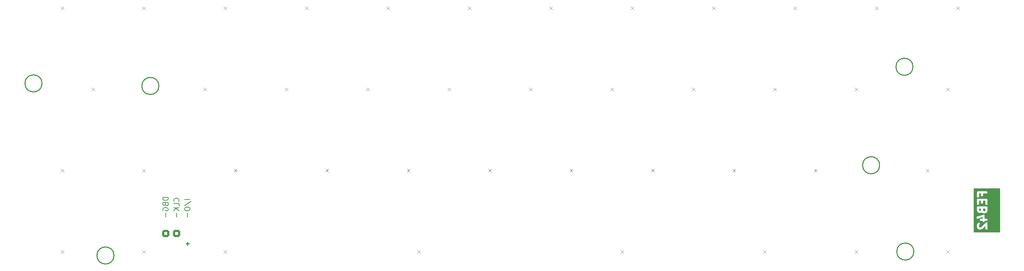
<source format=gbr>
%TF.GenerationSoftware,KiCad,Pcbnew,8.0.4*%
%TF.CreationDate,2024-09-01T23:08:26+02:00*%
%TF.ProjectId,feb42-rounded,66656234-322d-4726-9f75-6e6465642e6b,rev?*%
%TF.SameCoordinates,Original*%
%TF.FileFunction,Legend,Bot*%
%TF.FilePolarity,Positive*%
%FSLAX46Y46*%
G04 Gerber Fmt 4.6, Leading zero omitted, Abs format (unit mm)*
G04 Created by KiCad (PCBNEW 8.0.4) date 2024-09-01 23:08:26*
%MOMM*%
%LPD*%
G01*
G04 APERTURE LIST*
G04 Aperture macros list*
%AMRoundRect*
0 Rectangle with rounded corners*
0 $1 Rounding radius*
0 $2 $3 $4 $5 $6 $7 $8 $9 X,Y pos of 4 corners*
0 Add a 4 corners polygon primitive as box body*
4,1,4,$2,$3,$4,$5,$6,$7,$8,$9,$2,$3,0*
0 Add four circle primitives for the rounded corners*
1,1,$1+$1,$2,$3*
1,1,$1+$1,$4,$5*
1,1,$1+$1,$6,$7*
1,1,$1+$1,$8,$9*
0 Add four rect primitives between the rounded corners*
20,1,$1+$1,$2,$3,$4,$5,0*
20,1,$1+$1,$4,$5,$6,$7,0*
20,1,$1+$1,$6,$7,$8,$9,0*
20,1,$1+$1,$8,$9,$2,$3,0*%
G04 Aperture macros list end*
%ADD10C,0.100000*%
%ADD11C,0.500000*%
%ADD12C,0.200000*%
%ADD13C,0.250000*%
%ADD14O,1.000000X1.600000*%
%ADD15O,1.000000X2.100000*%
%ADD16C,0.650000*%
%ADD17C,0.800000*%
%ADD18O,1.700000X1.700000*%
%ADD19RoundRect,0.250000X0.600000X-0.600000X0.600000X0.600000X-0.600000X0.600000X-0.600000X-0.600000X0*%
G04 APERTURE END LIST*
D10*
X263000000Y-128950001D02*
X257449999Y-128950000D01*
X257449999Y-128450001D01*
X263000000Y-128450000D01*
X263000000Y-128950001D01*
G36*
X263000000Y-128950001D02*
G01*
X257449999Y-128950000D01*
X257449999Y-128450001D01*
X263000000Y-128450000D01*
X263000000Y-128950001D01*
G37*
X263000001Y-119200000D02*
X257450000Y-119200000D01*
X257449999Y-118700000D01*
X263000000Y-118699999D01*
X263000001Y-119200000D01*
G36*
X263000001Y-119200000D02*
G01*
X257450000Y-119200000D01*
X257449999Y-118700000D01*
X263000000Y-118699999D01*
X263000001Y-119200000D01*
G37*
X257449999Y-118700000D02*
X257449999Y-128950000D01*
X256950000Y-128950001D01*
X256950000Y-118699999D01*
X257449999Y-118700000D01*
G36*
X257449999Y-118700000D02*
G01*
X257449999Y-128950000D01*
X256950000Y-128950001D01*
X256950000Y-118699999D01*
X257449999Y-118700000D01*
G37*
X263000000Y-128450000D02*
X260275000Y-128450000D01*
X260275001Y-119200000D01*
X263000001Y-119200000D01*
X263000000Y-128450000D01*
G36*
X263000000Y-128450000D02*
G01*
X260275000Y-128450000D01*
X260275001Y-119200000D01*
X263000001Y-119200000D01*
X263000000Y-128450000D01*
G37*
D11*
G36*
X259679238Y-123881833D02*
G01*
X259628536Y-123983236D01*
X259590671Y-124021101D01*
X259489268Y-124071803D01*
X259321589Y-124071803D01*
X259220185Y-124021101D01*
X259195365Y-123996281D01*
X259131619Y-123805043D01*
X259131619Y-123428946D01*
X259679238Y-123428946D01*
X259679238Y-123881833D01*
G37*
G36*
X258631619Y-123786596D02*
G01*
X258580918Y-123887996D01*
X258543051Y-123925864D01*
X258441649Y-123976565D01*
X258369208Y-123976565D01*
X258267804Y-123925863D01*
X258229939Y-123887998D01*
X258179238Y-123786596D01*
X258179238Y-123428946D01*
X258631619Y-123428946D01*
X258631619Y-123786596D01*
G37*
G36*
X260429238Y-128631327D02*
G01*
X257335963Y-128631327D01*
X257335963Y-127274184D01*
X257679238Y-127274184D01*
X257679238Y-127750375D01*
X257684042Y-127799148D01*
X257687479Y-127807446D01*
X257688116Y-127816406D01*
X257705631Y-127862178D01*
X257800869Y-128052655D01*
X257814084Y-128073648D01*
X257816609Y-128079743D01*
X257822243Y-128086608D01*
X257826978Y-128094130D01*
X257831965Y-128098455D01*
X257847699Y-128117628D01*
X257942937Y-128212866D01*
X257962111Y-128228601D01*
X257966435Y-128233587D01*
X257973951Y-128238318D01*
X257980822Y-128243957D01*
X257986922Y-128246483D01*
X258007911Y-128259696D01*
X258198387Y-128354934D01*
X258244159Y-128372449D01*
X258253118Y-128373085D01*
X258261417Y-128376523D01*
X258310190Y-128381327D01*
X258500666Y-128381327D01*
X258525347Y-128378895D01*
X258531934Y-128379364D01*
X258540599Y-128377393D01*
X258549439Y-128376523D01*
X258555536Y-128373997D01*
X258579723Y-128368498D01*
X258865437Y-128273260D01*
X258910188Y-128253279D01*
X258916972Y-128247394D01*
X258925272Y-128243957D01*
X258963157Y-128212866D01*
X259679238Y-127496785D01*
X259679238Y-128131327D01*
X259684042Y-128180100D01*
X259721371Y-128270220D01*
X259790345Y-128339194D01*
X259880465Y-128376523D01*
X259978011Y-128376523D01*
X260068131Y-128339194D01*
X260137105Y-128270220D01*
X260174434Y-128180100D01*
X260179238Y-128131327D01*
X260179238Y-126893232D01*
X260174435Y-126844469D01*
X260174435Y-126844460D01*
X260137106Y-126754340D01*
X260068130Y-126685364D01*
X259978010Y-126648035D01*
X259880466Y-126648035D01*
X259790346Y-126685364D01*
X259752462Y-126716455D01*
X258651334Y-127817580D01*
X258460096Y-127881327D01*
X258369208Y-127881327D01*
X258267804Y-127830625D01*
X258229939Y-127792760D01*
X258179238Y-127691358D01*
X258179238Y-127333201D01*
X258229939Y-127231799D01*
X258296491Y-127165247D01*
X258327582Y-127127362D01*
X258364910Y-127037242D01*
X258364910Y-126939698D01*
X258327582Y-126849578D01*
X258258606Y-126780602D01*
X258168486Y-126743274D01*
X258070942Y-126743274D01*
X257980822Y-126780602D01*
X257942937Y-126811693D01*
X257847699Y-126906931D01*
X257831965Y-126926103D01*
X257826978Y-126930429D01*
X257822243Y-126937950D01*
X257816609Y-126944816D01*
X257814084Y-126950910D01*
X257800869Y-126971904D01*
X257705631Y-127162381D01*
X257688116Y-127208153D01*
X257687479Y-127217112D01*
X257684042Y-127225411D01*
X257679238Y-127274184D01*
X257335963Y-127274184D01*
X257335963Y-125591166D01*
X257585963Y-125591166D01*
X257616810Y-125683706D01*
X257680722Y-125757397D01*
X257767968Y-125801020D01*
X257865268Y-125807935D01*
X257913057Y-125797069D01*
X259012571Y-125430564D01*
X259012571Y-125786089D01*
X258595904Y-125786089D01*
X258547131Y-125790893D01*
X258457011Y-125828222D01*
X258388037Y-125897196D01*
X258350708Y-125987316D01*
X258350708Y-126084862D01*
X258388037Y-126174982D01*
X258457011Y-126243956D01*
X258547131Y-126281285D01*
X258595904Y-126286089D01*
X259012571Y-126286089D01*
X259012571Y-126321803D01*
X259017375Y-126370576D01*
X259054704Y-126460696D01*
X259123678Y-126529670D01*
X259213798Y-126566999D01*
X259311344Y-126566999D01*
X259401464Y-126529670D01*
X259470438Y-126460696D01*
X259507767Y-126370576D01*
X259512571Y-126321803D01*
X259512571Y-126286089D01*
X259929238Y-126286089D01*
X259978011Y-126281285D01*
X260068131Y-126243956D01*
X260137105Y-126174982D01*
X260174434Y-126084862D01*
X260174434Y-125987316D01*
X260137105Y-125897196D01*
X260068131Y-125828222D01*
X259978011Y-125790893D01*
X259929238Y-125786089D01*
X259512571Y-125786089D01*
X259512571Y-125083708D01*
X259510139Y-125059026D01*
X259510608Y-125052440D01*
X259509022Y-125047684D01*
X259507767Y-125034935D01*
X259492432Y-124997915D01*
X259479761Y-124959900D01*
X259473875Y-124953114D01*
X259470438Y-124944815D01*
X259442102Y-124916479D01*
X259415849Y-124886209D01*
X259407815Y-124882192D01*
X259401464Y-124875841D01*
X259364447Y-124860508D01*
X259328603Y-124842586D01*
X259319642Y-124841949D01*
X259311344Y-124838512D01*
X259271278Y-124838512D01*
X259231303Y-124835671D01*
X259218808Y-124838512D01*
X259213798Y-124838512D01*
X259207700Y-124841037D01*
X259183514Y-124846537D01*
X257754943Y-125322727D01*
X257710192Y-125342708D01*
X257636501Y-125406620D01*
X257592878Y-125493866D01*
X257585963Y-125591166D01*
X257335963Y-125591166D01*
X257335963Y-123178946D01*
X257679238Y-123178946D01*
X257679238Y-123845613D01*
X257684042Y-123894386D01*
X257687479Y-123902684D01*
X257688116Y-123911644D01*
X257705631Y-123957416D01*
X257800869Y-124147893D01*
X257814084Y-124168886D01*
X257816609Y-124174981D01*
X257822243Y-124181846D01*
X257826978Y-124189368D01*
X257831965Y-124193693D01*
X257847699Y-124212866D01*
X257942937Y-124308104D01*
X257962111Y-124323839D01*
X257966435Y-124328825D01*
X257973951Y-124333556D01*
X257980822Y-124339195D01*
X257986922Y-124341721D01*
X258007911Y-124354934D01*
X258198387Y-124450172D01*
X258244159Y-124467687D01*
X258253118Y-124468323D01*
X258261417Y-124471761D01*
X258310190Y-124476565D01*
X258500666Y-124476565D01*
X258549439Y-124471761D01*
X258557737Y-124468323D01*
X258566697Y-124467687D01*
X258612469Y-124450172D01*
X258802946Y-124354934D01*
X258823939Y-124341718D01*
X258830034Y-124339194D01*
X258830657Y-124338681D01*
X258895318Y-124403342D01*
X258914492Y-124419077D01*
X258918816Y-124424063D01*
X258926332Y-124428794D01*
X258933203Y-124434433D01*
X258939303Y-124436959D01*
X258960292Y-124450172D01*
X259150768Y-124545410D01*
X259196540Y-124562925D01*
X259205499Y-124563561D01*
X259213798Y-124566999D01*
X259262571Y-124571803D01*
X259548285Y-124571803D01*
X259597058Y-124566999D01*
X259605356Y-124563561D01*
X259614316Y-124562925D01*
X259660088Y-124545410D01*
X259850565Y-124450172D01*
X259871555Y-124436958D01*
X259877652Y-124434433D01*
X259884519Y-124428797D01*
X259892040Y-124424063D01*
X259896364Y-124419076D01*
X259915537Y-124403343D01*
X260010776Y-124308104D01*
X260026510Y-124288931D01*
X260031498Y-124284606D01*
X260036230Y-124277087D01*
X260041867Y-124270220D01*
X260044393Y-124264120D01*
X260057607Y-124243130D01*
X260152845Y-124052654D01*
X260170360Y-124006882D01*
X260170996Y-123997922D01*
X260174434Y-123989624D01*
X260179238Y-123940851D01*
X260179238Y-123178946D01*
X260174434Y-123130173D01*
X260137105Y-123040053D01*
X260068131Y-122971079D01*
X259978011Y-122933750D01*
X259929238Y-122928946D01*
X257929238Y-122928946D01*
X257880465Y-122933750D01*
X257790345Y-122971079D01*
X257721371Y-123040053D01*
X257684042Y-123130173D01*
X257679238Y-123178946D01*
X257335963Y-123178946D01*
X257335963Y-121369422D01*
X257679238Y-121369422D01*
X257679238Y-122321803D01*
X257684042Y-122370576D01*
X257721371Y-122460696D01*
X257790345Y-122529670D01*
X257880465Y-122566999D01*
X257978011Y-122566999D01*
X258068131Y-122529670D01*
X258137105Y-122460696D01*
X258174434Y-122370576D01*
X258179238Y-122321803D01*
X258179238Y-121619422D01*
X258631619Y-121619422D01*
X258631619Y-122036089D01*
X258636423Y-122084862D01*
X258673752Y-122174982D01*
X258742726Y-122243956D01*
X258832846Y-122281285D01*
X258930392Y-122281285D01*
X259020512Y-122243956D01*
X259089486Y-122174982D01*
X259126815Y-122084862D01*
X259131619Y-122036089D01*
X259131619Y-121619422D01*
X259679238Y-121619422D01*
X259679238Y-122321803D01*
X259684042Y-122370576D01*
X259721371Y-122460696D01*
X259790345Y-122529670D01*
X259880465Y-122566999D01*
X259978011Y-122566999D01*
X260068131Y-122529670D01*
X260137105Y-122460696D01*
X260174434Y-122370576D01*
X260179238Y-122321803D01*
X260179238Y-121369422D01*
X260174434Y-121320649D01*
X260137105Y-121230529D01*
X260068131Y-121161555D01*
X259978011Y-121124226D01*
X259929238Y-121119422D01*
X257929238Y-121119422D01*
X257880465Y-121124226D01*
X257790345Y-121161555D01*
X257721371Y-121230529D01*
X257684042Y-121320649D01*
X257679238Y-121369422D01*
X257335963Y-121369422D01*
X257335963Y-119655136D01*
X257679238Y-119655136D01*
X257679238Y-120607517D01*
X257684042Y-120656290D01*
X257721371Y-120746410D01*
X257790345Y-120815384D01*
X257880465Y-120852713D01*
X257978011Y-120852713D01*
X258068131Y-120815384D01*
X258137105Y-120746410D01*
X258174434Y-120656290D01*
X258179238Y-120607517D01*
X258179238Y-119905136D01*
X258631619Y-119905136D01*
X258631619Y-120321803D01*
X258636423Y-120370576D01*
X258673752Y-120460696D01*
X258742726Y-120529670D01*
X258832846Y-120566999D01*
X258930392Y-120566999D01*
X259020512Y-120529670D01*
X259089486Y-120460696D01*
X259126815Y-120370576D01*
X259131619Y-120321803D01*
X259131619Y-119905136D01*
X259929238Y-119905136D01*
X259978011Y-119900332D01*
X260068131Y-119863003D01*
X260137105Y-119794029D01*
X260174434Y-119703909D01*
X260174434Y-119606363D01*
X260137105Y-119516243D01*
X260068131Y-119447269D01*
X259978011Y-119409940D01*
X259929238Y-119405136D01*
X257929238Y-119405136D01*
X257880465Y-119409940D01*
X257790345Y-119447269D01*
X257721371Y-119516243D01*
X257684042Y-119606363D01*
X257679238Y-119655136D01*
X257335963Y-119655136D01*
X257335963Y-119155136D01*
X260429238Y-119155136D01*
X260429238Y-128631327D01*
G37*
D12*
X68424742Y-120844136D02*
X67224742Y-120844136D01*
X67224742Y-120844136D02*
X67224742Y-121129850D01*
X67224742Y-121129850D02*
X67281885Y-121301279D01*
X67281885Y-121301279D02*
X67396171Y-121415564D01*
X67396171Y-121415564D02*
X67510457Y-121472707D01*
X67510457Y-121472707D02*
X67739028Y-121529850D01*
X67739028Y-121529850D02*
X67910457Y-121529850D01*
X67910457Y-121529850D02*
X68139028Y-121472707D01*
X68139028Y-121472707D02*
X68253314Y-121415564D01*
X68253314Y-121415564D02*
X68367600Y-121301279D01*
X68367600Y-121301279D02*
X68424742Y-121129850D01*
X68424742Y-121129850D02*
X68424742Y-120844136D01*
X67796171Y-122444136D02*
X67853314Y-122615564D01*
X67853314Y-122615564D02*
X67910457Y-122672707D01*
X67910457Y-122672707D02*
X68024742Y-122729850D01*
X68024742Y-122729850D02*
X68196171Y-122729850D01*
X68196171Y-122729850D02*
X68310457Y-122672707D01*
X68310457Y-122672707D02*
X68367600Y-122615564D01*
X68367600Y-122615564D02*
X68424742Y-122501279D01*
X68424742Y-122501279D02*
X68424742Y-122044136D01*
X68424742Y-122044136D02*
X67224742Y-122044136D01*
X67224742Y-122044136D02*
X67224742Y-122444136D01*
X67224742Y-122444136D02*
X67281885Y-122558422D01*
X67281885Y-122558422D02*
X67339028Y-122615564D01*
X67339028Y-122615564D02*
X67453314Y-122672707D01*
X67453314Y-122672707D02*
X67567600Y-122672707D01*
X67567600Y-122672707D02*
X67681885Y-122615564D01*
X67681885Y-122615564D02*
X67739028Y-122558422D01*
X67739028Y-122558422D02*
X67796171Y-122444136D01*
X67796171Y-122444136D02*
X67796171Y-122044136D01*
X67281885Y-123872707D02*
X67224742Y-123758422D01*
X67224742Y-123758422D02*
X67224742Y-123586993D01*
X67224742Y-123586993D02*
X67281885Y-123415564D01*
X67281885Y-123415564D02*
X67396171Y-123301279D01*
X67396171Y-123301279D02*
X67510457Y-123244136D01*
X67510457Y-123244136D02*
X67739028Y-123186993D01*
X67739028Y-123186993D02*
X67910457Y-123186993D01*
X67910457Y-123186993D02*
X68139028Y-123244136D01*
X68139028Y-123244136D02*
X68253314Y-123301279D01*
X68253314Y-123301279D02*
X68367600Y-123415564D01*
X68367600Y-123415564D02*
X68424742Y-123586993D01*
X68424742Y-123586993D02*
X68424742Y-123701279D01*
X68424742Y-123701279D02*
X68367600Y-123872707D01*
X68367600Y-123872707D02*
X68310457Y-123929850D01*
X68310457Y-123929850D02*
X67910457Y-123929850D01*
X67910457Y-123929850D02*
X67910457Y-123701279D01*
X73504742Y-121358421D02*
X72304742Y-121358421D01*
X72247600Y-122786993D02*
X73790457Y-121758421D01*
X72304742Y-123415564D02*
X72304742Y-123644136D01*
X72304742Y-123644136D02*
X72361885Y-123758421D01*
X72361885Y-123758421D02*
X72476171Y-123872707D01*
X72476171Y-123872707D02*
X72704742Y-123929850D01*
X72704742Y-123929850D02*
X73104742Y-123929850D01*
X73104742Y-123929850D02*
X73333314Y-123872707D01*
X73333314Y-123872707D02*
X73447600Y-123758421D01*
X73447600Y-123758421D02*
X73504742Y-123644136D01*
X73504742Y-123644136D02*
X73504742Y-123415564D01*
X73504742Y-123415564D02*
X73447600Y-123301279D01*
X73447600Y-123301279D02*
X73333314Y-123186993D01*
X73333314Y-123186993D02*
X73104742Y-123129850D01*
X73104742Y-123129850D02*
X72704742Y-123129850D01*
X72704742Y-123129850D02*
X72476171Y-123186993D01*
X72476171Y-123186993D02*
X72361885Y-123301279D01*
X72361885Y-123301279D02*
X72304742Y-123415564D01*
X70850457Y-121758421D02*
X70907600Y-121701278D01*
X70907600Y-121701278D02*
X70964742Y-121529850D01*
X70964742Y-121529850D02*
X70964742Y-121415564D01*
X70964742Y-121415564D02*
X70907600Y-121244135D01*
X70907600Y-121244135D02*
X70793314Y-121129850D01*
X70793314Y-121129850D02*
X70679028Y-121072707D01*
X70679028Y-121072707D02*
X70450457Y-121015564D01*
X70450457Y-121015564D02*
X70279028Y-121015564D01*
X70279028Y-121015564D02*
X70050457Y-121072707D01*
X70050457Y-121072707D02*
X69936171Y-121129850D01*
X69936171Y-121129850D02*
X69821885Y-121244135D01*
X69821885Y-121244135D02*
X69764742Y-121415564D01*
X69764742Y-121415564D02*
X69764742Y-121529850D01*
X69764742Y-121529850D02*
X69821885Y-121701278D01*
X69821885Y-121701278D02*
X69879028Y-121758421D01*
X70964742Y-122844135D02*
X70964742Y-122272707D01*
X70964742Y-122272707D02*
X69764742Y-122272707D01*
X70964742Y-123244136D02*
X69764742Y-123244136D01*
X70964742Y-123929850D02*
X70279028Y-123415564D01*
X69764742Y-123929850D02*
X70450457Y-123244136D01*
D10*
%TO.C,KEY38*%
X126693750Y-133950000D02*
X127443750Y-133200000D01*
X127443750Y-133950000D02*
X126693750Y-133200000D01*
%TO.C,KEY39*%
X174318750Y-133950000D02*
X175068750Y-133200000D01*
X175068750Y-133950000D02*
X174318750Y-133200000D01*
%TO.C,KEY37*%
X81450000Y-133950000D02*
X82200000Y-133200000D01*
X82200000Y-133950000D02*
X81450000Y-133200000D01*
%TO.C,KEY35*%
X43350000Y-133950000D02*
X44100000Y-133200000D01*
X44100000Y-133950000D02*
X43350000Y-133200000D01*
%TO.C,KEY24*%
X43350000Y-114900000D02*
X44100000Y-114150000D01*
X44100000Y-114900000D02*
X43350000Y-114150000D01*
%TO.C,KEY41*%
X229087500Y-133950000D02*
X229837500Y-133200000D01*
X229837500Y-133950000D02*
X229087500Y-133200000D01*
%TO.C,KEY36*%
X62400000Y-133950000D02*
X63150000Y-133200000D01*
X63150000Y-133950000D02*
X62400000Y-133200000D01*
%TO.C,KEY33*%
X219562500Y-114900000D02*
X220312500Y-114150000D01*
X220312500Y-114900000D02*
X219562500Y-114150000D01*
%TO.C,KEY31*%
X181462500Y-114900000D02*
X182212500Y-114150000D01*
X182212500Y-114900000D02*
X181462500Y-114150000D01*
%TO.C,KEY30*%
X162412500Y-114900000D02*
X163162500Y-114150000D01*
X163162500Y-114900000D02*
X162412500Y-114150000D01*
%TO.C,KEY29*%
X143362500Y-114900000D02*
X144112500Y-114150000D01*
X144112500Y-114900000D02*
X143362500Y-114150000D01*
%TO.C,KEY28*%
X124312500Y-114900000D02*
X125062500Y-114150000D01*
X125062500Y-114900000D02*
X124312500Y-114150000D01*
%TO.C,KEY27*%
X105262500Y-114900000D02*
X106012500Y-114150000D01*
X106012500Y-114900000D02*
X105262500Y-114150000D01*
%TO.C,KEY25*%
X62400000Y-114900000D02*
X63150000Y-114150000D01*
X63150000Y-114900000D02*
X62400000Y-114150000D01*
%TO.C,KEY22*%
X229087500Y-95850000D02*
X229837500Y-95100000D01*
X229837500Y-95850000D02*
X229087500Y-95100000D01*
%TO.C,KEY21*%
X210037500Y-95850000D02*
X210787500Y-95100000D01*
X210787500Y-95850000D02*
X210037500Y-95100000D01*
%TO.C,KEY20*%
X190987500Y-95850000D02*
X191737500Y-95100000D01*
X191737500Y-95850000D02*
X190987500Y-95100000D01*
%TO.C,KEY19*%
X171937500Y-95850000D02*
X172687500Y-95100000D01*
X172687500Y-95850000D02*
X171937500Y-95100000D01*
%TO.C,KEY18*%
X152887500Y-95850000D02*
X153637500Y-95100000D01*
X153637500Y-95850000D02*
X152887500Y-95100000D01*
%TO.C,KEY17*%
X133837500Y-95850000D02*
X134587500Y-95100000D01*
X134587500Y-95850000D02*
X133837500Y-95100000D01*
%TO.C,KEY16*%
X114787500Y-95850000D02*
X115537500Y-95100000D01*
X115537500Y-95850000D02*
X114787500Y-95100000D01*
%TO.C,KEY15*%
X95737500Y-95850000D02*
X96487500Y-95100000D01*
X96487500Y-95850000D02*
X95737500Y-95100000D01*
%TO.C,KEY14*%
X76687500Y-95850000D02*
X77437500Y-95100000D01*
X77437500Y-95850000D02*
X76687500Y-95100000D01*
%TO.C,KEY12*%
X252900000Y-76800000D02*
X253650000Y-76050000D01*
X253650000Y-76800000D02*
X252900000Y-76050000D01*
%TO.C,KEY11*%
X233850000Y-76800000D02*
X234600000Y-76050000D01*
X234600000Y-76800000D02*
X233850000Y-76050000D01*
%TO.C,KEY10*%
X214800000Y-76800000D02*
X215550000Y-76050000D01*
X215550000Y-76800000D02*
X214800000Y-76050000D01*
%TO.C,KEY9*%
X195750000Y-76800000D02*
X196500000Y-76050000D01*
X196500000Y-76800000D02*
X195750000Y-76050000D01*
%TO.C,KEY8*%
X176700000Y-76800000D02*
X177450000Y-76050000D01*
X177450000Y-76800000D02*
X176700000Y-76050000D01*
%TO.C,KEY7*%
X157650000Y-76800000D02*
X158400000Y-76050000D01*
X158400000Y-76800000D02*
X157650000Y-76050000D01*
%TO.C,KEY6*%
X138600000Y-76800000D02*
X139350000Y-76050000D01*
X139350000Y-76800000D02*
X138600000Y-76050000D01*
%TO.C,KEY5*%
X119550000Y-76800000D02*
X120300000Y-76050000D01*
X120300000Y-76800000D02*
X119550000Y-76050000D01*
%TO.C,KEY4*%
X100500000Y-76800000D02*
X101250000Y-76050000D01*
X101250000Y-76800000D02*
X100500000Y-76050000D01*
%TO.C,KEY3*%
X81450000Y-76800000D02*
X82200000Y-76050000D01*
X82200000Y-76800000D02*
X81450000Y-76050000D01*
%TO.C,KEY2*%
X62400000Y-76800000D02*
X63150000Y-76050000D01*
X63150000Y-76800000D02*
X62400000Y-76050000D01*
%TO.C,KEY1*%
X43350000Y-76800000D02*
X44100000Y-76050000D01*
X44100000Y-76800000D02*
X43350000Y-76050000D01*
%TO.C,KEY34*%
X245756250Y-114900000D02*
X246506250Y-114150000D01*
X246506250Y-114900000D02*
X245756250Y-114150000D01*
%TO.C,KEY13*%
X50493750Y-95850000D02*
X51243750Y-95100000D01*
X51243750Y-95850000D02*
X50493750Y-95100000D01*
%TO.C,KEY40*%
X207656250Y-133950000D02*
X208406250Y-133200000D01*
X208406250Y-133950000D02*
X207656250Y-133200000D01*
%TO.C,KEY26*%
X83831250Y-114900000D02*
X84581250Y-114150000D01*
X84581250Y-114900000D02*
X83831250Y-114150000D01*
%TO.C,KEY23*%
X250518750Y-95850000D02*
X251268750Y-95100000D01*
X251268750Y-95850000D02*
X250518750Y-95100000D01*
%TO.C,KEY42*%
X250518750Y-133950000D02*
X251268750Y-133200000D01*
X251268750Y-133950000D02*
X250518750Y-133200000D01*
%TO.C,KEY32*%
X200512500Y-114900000D02*
X201262500Y-114150000D01*
X201262500Y-114900000D02*
X200512500Y-114150000D01*
D13*
%TO.C,Outline*%
X242925000Y-133525000D02*
G75*
G02*
X238925000Y-133525000I-2000000J0D01*
G01*
X238925000Y-133525000D02*
G75*
G02*
X242925000Y-133525000I2000000J0D01*
G01*
X242725000Y-90175000D02*
G75*
G02*
X238725000Y-90175000I-2000000J0D01*
G01*
X238725000Y-90175000D02*
G75*
G02*
X242725000Y-90175000I2000000J0D01*
G01*
X234925000Y-113275000D02*
G75*
G02*
X230925000Y-113275000I-2000000J0D01*
G01*
X230925000Y-113275000D02*
G75*
G02*
X234925000Y-113275000I2000000J0D01*
G01*
X66275000Y-94675000D02*
G75*
G02*
X62275000Y-94675000I-2000000J0D01*
G01*
X62275000Y-94675000D02*
G75*
G02*
X66275000Y-94675000I2000000J0D01*
G01*
X55775000Y-134450000D02*
G75*
G02*
X51775000Y-134450000I-2000000J0D01*
G01*
X51775000Y-134450000D02*
G75*
G02*
X55775000Y-134450000I2000000J0D01*
G01*
X38925000Y-94075000D02*
G75*
G02*
X34925000Y-94075000I-2000000J0D01*
G01*
X34925000Y-94075000D02*
G75*
G02*
X38925000Y-94075000I2000000J0D01*
G01*
%TO.C,SWD1*%
X72987501Y-131290000D02*
X72987501Y-132090000D01*
D12*
X72960000Y-124420000D02*
X72960000Y-125420000D01*
D13*
X72587501Y-131690000D02*
X73387501Y-131690000D01*
D12*
X70420000Y-124420000D02*
X70420000Y-125420000D01*
X67880000Y-124420000D02*
X67880000Y-125420000D01*
%TD*%
%LPC*%
D14*
%TO.C,USB1*%
X48930000Y-67850000D03*
D15*
X48930000Y-72030000D03*
D14*
X57570000Y-67850000D03*
D15*
X57570000Y-72030000D03*
D16*
X50360000Y-71500000D03*
X56140000Y-71500000D03*
%TD*%
D17*
%TO.C,MCU1*%
X99200000Y-127900000D03*
X95200000Y-127900000D03*
X97200000Y-129900000D03*
X99200000Y-131900000D03*
X95200000Y-131900000D03*
%TD*%
D18*
%TO.C,SWD1*%
X72960000Y-126750000D03*
X72960000Y-129290000D03*
X70420000Y-126750000D03*
D19*
X70420000Y-129290000D03*
D18*
X67880000Y-126750000D03*
D19*
X67880000Y-129290000D03*
%TD*%
%LPD*%
M02*

</source>
